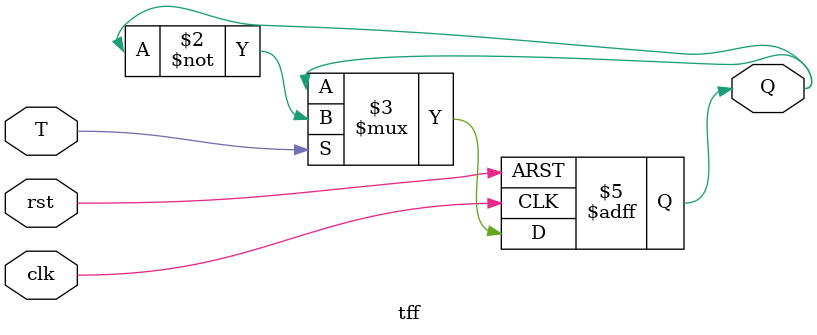
<source format=v>


module tff(input clk,rst,T,output reg Q);

always @(posedge clk or posedge rst)begin
if(rst)
Q <= 1'b0;
else if(T)
Q <= ~Q;
end

endmodule
</source>
